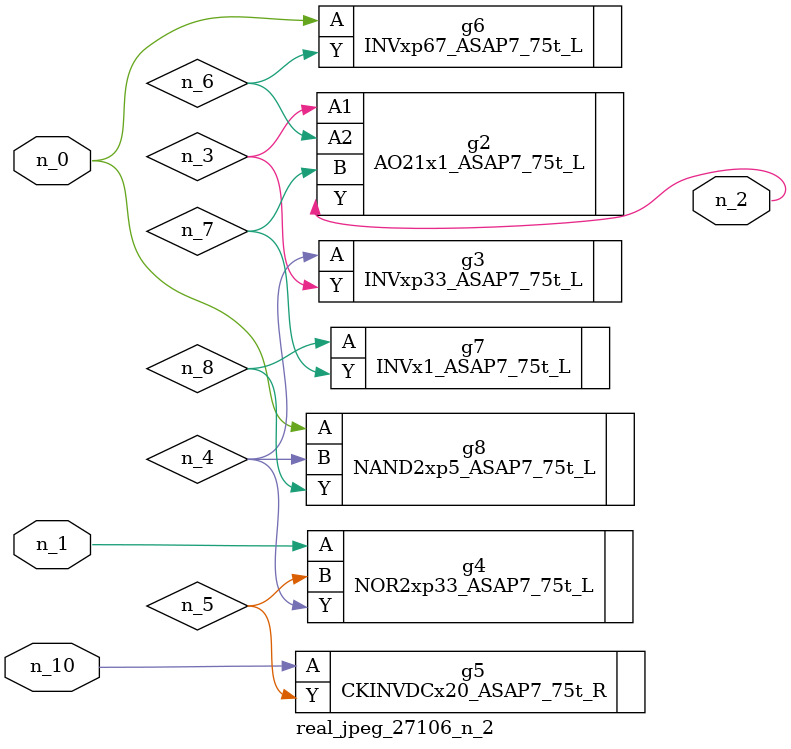
<source format=v>
module real_jpeg_27106_n_2 (n_1, n_10, n_0, n_2);

input n_1;
input n_10;
input n_0;

output n_2;

wire n_5;
wire n_4;
wire n_8;
wire n_6;
wire n_7;
wire n_3;

INVxp67_ASAP7_75t_L g6 ( 
.A(n_0),
.Y(n_6)
);

NAND2xp5_ASAP7_75t_L g8 ( 
.A(n_0),
.B(n_4),
.Y(n_8)
);

NOR2xp33_ASAP7_75t_L g4 ( 
.A(n_1),
.B(n_5),
.Y(n_4)
);

AO21x1_ASAP7_75t_L g2 ( 
.A1(n_3),
.A2(n_6),
.B(n_7),
.Y(n_2)
);

INVxp33_ASAP7_75t_L g3 ( 
.A(n_4),
.Y(n_3)
);

INVx1_ASAP7_75t_L g7 ( 
.A(n_8),
.Y(n_7)
);

CKINVDCx20_ASAP7_75t_R g5 ( 
.A(n_10),
.Y(n_5)
);


endmodule
</source>
